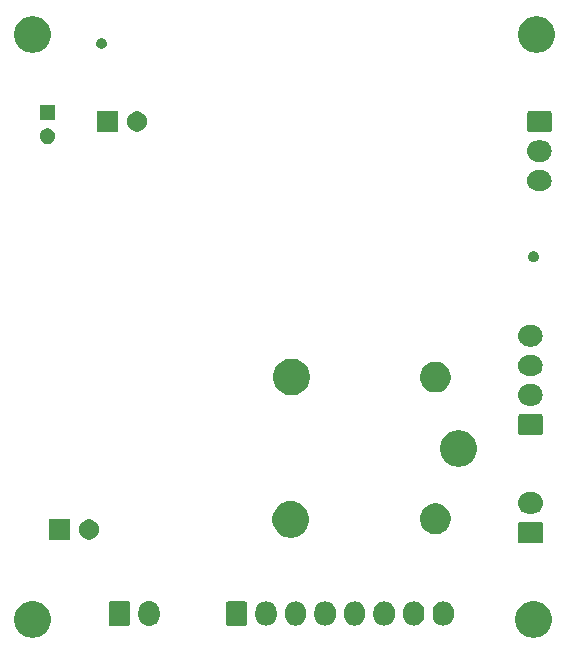
<source format=gbr>
G04 #@! TF.GenerationSoftware,KiCad,Pcbnew,5.1.5+dfsg1-2build2*
G04 #@! TF.CreationDate,2021-12-30T00:51:53-05:00*
G04 #@! TF.ProjectId,schematics,73636865-6d61-4746-9963-732e6b696361,rev?*
G04 #@! TF.SameCoordinates,Original*
G04 #@! TF.FileFunction,Soldermask,Bot*
G04 #@! TF.FilePolarity,Negative*
%FSLAX46Y46*%
G04 Gerber Fmt 4.6, Leading zero omitted, Abs format (unit mm)*
G04 Created by KiCad (PCBNEW 5.1.5+dfsg1-2build2) date 2021-12-30 00:51:53*
%MOMM*%
%LPD*%
G04 APERTURE LIST*
%ADD10C,0.100000*%
G04 APERTURE END LIST*
D10*
G36*
X215351953Y-168387172D02*
G01*
X215590410Y-168434604D01*
X215872674Y-168551521D01*
X216126705Y-168721259D01*
X216342741Y-168937295D01*
X216512479Y-169191326D01*
X216629396Y-169473590D01*
X216689000Y-169773240D01*
X216689000Y-170078760D01*
X216629396Y-170378410D01*
X216512479Y-170660674D01*
X216342741Y-170914705D01*
X216126705Y-171130741D01*
X215872674Y-171300479D01*
X215590410Y-171417396D01*
X215440585Y-171447198D01*
X215290761Y-171477000D01*
X214985239Y-171477000D01*
X214835415Y-171447198D01*
X214685590Y-171417396D01*
X214403326Y-171300479D01*
X214149295Y-171130741D01*
X213933259Y-170914705D01*
X213763521Y-170660674D01*
X213646604Y-170378410D01*
X213587000Y-170078760D01*
X213587000Y-169773240D01*
X213646604Y-169473590D01*
X213763521Y-169191326D01*
X213933259Y-168937295D01*
X214149295Y-168721259D01*
X214403326Y-168551521D01*
X214685590Y-168434604D01*
X214924047Y-168387172D01*
X214985239Y-168375000D01*
X215290761Y-168375000D01*
X215351953Y-168387172D01*
G37*
G36*
X172933953Y-168387172D02*
G01*
X173172410Y-168434604D01*
X173454674Y-168551521D01*
X173708705Y-168721259D01*
X173924741Y-168937295D01*
X174094479Y-169191326D01*
X174211396Y-169473590D01*
X174271000Y-169773240D01*
X174271000Y-170078760D01*
X174211396Y-170378410D01*
X174094479Y-170660674D01*
X173924741Y-170914705D01*
X173708705Y-171130741D01*
X173454674Y-171300479D01*
X173172410Y-171417396D01*
X173022585Y-171447198D01*
X172872761Y-171477000D01*
X172567239Y-171477000D01*
X172417415Y-171447198D01*
X172267590Y-171417396D01*
X171985326Y-171300479D01*
X171731295Y-171130741D01*
X171515259Y-170914705D01*
X171345521Y-170660674D01*
X171228604Y-170378410D01*
X171169000Y-170078760D01*
X171169000Y-169773240D01*
X171228604Y-169473590D01*
X171345521Y-169191326D01*
X171515259Y-168937295D01*
X171731295Y-168721259D01*
X171985326Y-168551521D01*
X172267590Y-168434604D01*
X172506047Y-168387172D01*
X172567239Y-168375000D01*
X172872761Y-168375000D01*
X172933953Y-168387172D01*
G37*
G36*
X182762626Y-168380037D02*
G01*
X182932465Y-168431557D01*
X182932467Y-168431558D01*
X183088989Y-168515221D01*
X183226186Y-168627814D01*
X183302873Y-168721259D01*
X183338778Y-168765009D01*
X183422443Y-168921534D01*
X183473963Y-169091373D01*
X183487000Y-169223742D01*
X183487000Y-169612257D01*
X183473963Y-169744626D01*
X183422443Y-169914466D01*
X183338778Y-170070991D01*
X183332402Y-170078760D01*
X183226186Y-170208186D01*
X183138178Y-170280411D01*
X183088991Y-170320778D01*
X182932466Y-170404443D01*
X182762627Y-170455963D01*
X182586000Y-170473359D01*
X182409374Y-170455963D01*
X182239535Y-170404443D01*
X182083010Y-170320778D01*
X181945815Y-170208185D01*
X181833222Y-170070991D01*
X181749557Y-169914466D01*
X181698037Y-169744627D01*
X181685000Y-169612258D01*
X181685000Y-169223743D01*
X181688193Y-169191328D01*
X181698037Y-169091376D01*
X181698037Y-169091374D01*
X181749557Y-168921535D01*
X181749559Y-168921532D01*
X181833221Y-168765011D01*
X181945814Y-168627814D01*
X182059641Y-168534400D01*
X182083009Y-168515222D01*
X182229985Y-168436661D01*
X182239532Y-168431558D01*
X182239534Y-168431557D01*
X182409373Y-168380037D01*
X182586000Y-168362641D01*
X182762626Y-168380037D01*
G37*
G36*
X180844600Y-168370989D02*
G01*
X180877652Y-168381015D01*
X180908103Y-168397292D01*
X180934799Y-168419201D01*
X180956708Y-168445897D01*
X180972985Y-168476348D01*
X180983011Y-168509400D01*
X180987000Y-168549903D01*
X180987000Y-170286097D01*
X180983011Y-170326600D01*
X180972985Y-170359652D01*
X180956708Y-170390103D01*
X180934799Y-170416799D01*
X180908103Y-170438708D01*
X180877652Y-170454985D01*
X180844600Y-170465011D01*
X180804097Y-170469000D01*
X179367903Y-170469000D01*
X179327400Y-170465011D01*
X179294348Y-170454985D01*
X179263897Y-170438708D01*
X179237201Y-170416799D01*
X179215292Y-170390103D01*
X179199015Y-170359652D01*
X179188989Y-170326600D01*
X179185000Y-170286097D01*
X179185000Y-168549903D01*
X179188989Y-168509400D01*
X179199015Y-168476348D01*
X179215292Y-168445897D01*
X179237201Y-168419201D01*
X179263897Y-168397292D01*
X179294348Y-168381015D01*
X179327400Y-168370989D01*
X179367903Y-168367000D01*
X180804097Y-168367000D01*
X180844600Y-168370989D01*
G37*
G36*
X192668626Y-168405037D02*
G01*
X192838465Y-168456557D01*
X192838467Y-168456558D01*
X192994989Y-168540221D01*
X193132186Y-168652814D01*
X193188357Y-168721260D01*
X193244778Y-168790009D01*
X193328443Y-168946534D01*
X193379963Y-169116373D01*
X193379963Y-169116375D01*
X193393000Y-169248740D01*
X193393000Y-169587259D01*
X193386481Y-169653442D01*
X193379963Y-169719626D01*
X193328443Y-169889466D01*
X193244778Y-170045991D01*
X193224261Y-170070991D01*
X193132186Y-170183186D01*
X193043827Y-170255699D01*
X192994991Y-170295778D01*
X192994989Y-170295779D01*
X192840401Y-170378409D01*
X192838466Y-170379443D01*
X192668627Y-170430963D01*
X192492000Y-170448359D01*
X192315374Y-170430963D01*
X192145535Y-170379443D01*
X192143601Y-170378409D01*
X191989012Y-170295779D01*
X191989010Y-170295778D01*
X191851815Y-170183185D01*
X191739222Y-170045991D01*
X191655557Y-169889466D01*
X191604037Y-169719627D01*
X191591000Y-169587258D01*
X191591000Y-169248743D01*
X191593463Y-169223740D01*
X191604037Y-169116376D01*
X191604037Y-169116374D01*
X191655557Y-168946535D01*
X191739222Y-168790010D01*
X191759738Y-168765011D01*
X191851814Y-168652814D01*
X191953271Y-168569552D01*
X191989009Y-168540222D01*
X192145534Y-168456557D01*
X192315373Y-168405037D01*
X192492000Y-168387641D01*
X192668626Y-168405037D01*
G37*
G36*
X195168626Y-168405037D02*
G01*
X195338465Y-168456557D01*
X195338467Y-168456558D01*
X195494989Y-168540221D01*
X195632186Y-168652814D01*
X195688357Y-168721260D01*
X195744778Y-168790009D01*
X195828443Y-168946534D01*
X195879963Y-169116373D01*
X195879963Y-169116375D01*
X195893000Y-169248740D01*
X195893000Y-169587259D01*
X195886481Y-169653442D01*
X195879963Y-169719626D01*
X195828443Y-169889466D01*
X195744778Y-170045991D01*
X195724261Y-170070991D01*
X195632186Y-170183186D01*
X195543827Y-170255699D01*
X195494991Y-170295778D01*
X195494989Y-170295779D01*
X195340401Y-170378409D01*
X195338466Y-170379443D01*
X195168627Y-170430963D01*
X194992000Y-170448359D01*
X194815374Y-170430963D01*
X194645535Y-170379443D01*
X194643601Y-170378409D01*
X194489012Y-170295779D01*
X194489010Y-170295778D01*
X194351815Y-170183185D01*
X194239222Y-170045991D01*
X194155557Y-169889466D01*
X194104037Y-169719627D01*
X194091000Y-169587258D01*
X194091000Y-169248743D01*
X194093463Y-169223740D01*
X194104037Y-169116376D01*
X194104037Y-169116374D01*
X194155557Y-168946535D01*
X194239222Y-168790010D01*
X194259738Y-168765011D01*
X194351814Y-168652814D01*
X194453271Y-168569552D01*
X194489009Y-168540222D01*
X194645534Y-168456557D01*
X194815373Y-168405037D01*
X194992000Y-168387641D01*
X195168626Y-168405037D01*
G37*
G36*
X200168626Y-168405037D02*
G01*
X200338465Y-168456557D01*
X200338467Y-168456558D01*
X200494989Y-168540221D01*
X200632186Y-168652814D01*
X200688357Y-168721260D01*
X200744778Y-168790009D01*
X200828443Y-168946534D01*
X200879963Y-169116373D01*
X200879963Y-169116375D01*
X200893000Y-169248740D01*
X200893000Y-169587259D01*
X200886481Y-169653442D01*
X200879963Y-169719626D01*
X200828443Y-169889466D01*
X200744778Y-170045991D01*
X200724261Y-170070991D01*
X200632186Y-170183186D01*
X200543827Y-170255699D01*
X200494991Y-170295778D01*
X200494989Y-170295779D01*
X200340401Y-170378409D01*
X200338466Y-170379443D01*
X200168627Y-170430963D01*
X199992000Y-170448359D01*
X199815374Y-170430963D01*
X199645535Y-170379443D01*
X199643601Y-170378409D01*
X199489012Y-170295779D01*
X199489010Y-170295778D01*
X199351815Y-170183185D01*
X199239222Y-170045991D01*
X199155557Y-169889466D01*
X199104037Y-169719627D01*
X199091000Y-169587258D01*
X199091000Y-169248743D01*
X199093463Y-169223740D01*
X199104037Y-169116376D01*
X199104037Y-169116374D01*
X199155557Y-168946535D01*
X199239222Y-168790010D01*
X199259738Y-168765011D01*
X199351814Y-168652814D01*
X199453271Y-168569552D01*
X199489009Y-168540222D01*
X199645534Y-168456557D01*
X199815373Y-168405037D01*
X199992000Y-168387641D01*
X200168626Y-168405037D01*
G37*
G36*
X202668626Y-168405037D02*
G01*
X202838465Y-168456557D01*
X202838467Y-168456558D01*
X202994989Y-168540221D01*
X203132186Y-168652814D01*
X203188357Y-168721260D01*
X203244778Y-168790009D01*
X203328443Y-168946534D01*
X203379963Y-169116373D01*
X203379963Y-169116375D01*
X203393000Y-169248740D01*
X203393000Y-169587259D01*
X203386481Y-169653442D01*
X203379963Y-169719626D01*
X203328443Y-169889466D01*
X203244778Y-170045991D01*
X203224261Y-170070991D01*
X203132186Y-170183186D01*
X203043827Y-170255699D01*
X202994991Y-170295778D01*
X202994989Y-170295779D01*
X202840401Y-170378409D01*
X202838466Y-170379443D01*
X202668627Y-170430963D01*
X202492000Y-170448359D01*
X202315374Y-170430963D01*
X202145535Y-170379443D01*
X202143601Y-170378409D01*
X201989012Y-170295779D01*
X201989010Y-170295778D01*
X201851815Y-170183185D01*
X201739222Y-170045991D01*
X201655557Y-169889466D01*
X201604037Y-169719627D01*
X201591000Y-169587258D01*
X201591000Y-169248743D01*
X201593463Y-169223740D01*
X201604037Y-169116376D01*
X201604037Y-169116374D01*
X201655557Y-168946535D01*
X201739222Y-168790010D01*
X201759738Y-168765011D01*
X201851814Y-168652814D01*
X201953271Y-168569552D01*
X201989009Y-168540222D01*
X202145534Y-168456557D01*
X202315373Y-168405037D01*
X202492000Y-168387641D01*
X202668626Y-168405037D01*
G37*
G36*
X205168626Y-168405037D02*
G01*
X205338465Y-168456557D01*
X205338467Y-168456558D01*
X205494989Y-168540221D01*
X205632186Y-168652814D01*
X205688357Y-168721260D01*
X205744778Y-168790009D01*
X205828443Y-168946534D01*
X205879963Y-169116373D01*
X205879963Y-169116375D01*
X205893000Y-169248740D01*
X205893000Y-169587259D01*
X205886481Y-169653442D01*
X205879963Y-169719626D01*
X205828443Y-169889466D01*
X205744778Y-170045991D01*
X205724261Y-170070991D01*
X205632186Y-170183186D01*
X205543827Y-170255699D01*
X205494991Y-170295778D01*
X205494989Y-170295779D01*
X205340401Y-170378409D01*
X205338466Y-170379443D01*
X205168627Y-170430963D01*
X204992000Y-170448359D01*
X204815374Y-170430963D01*
X204645535Y-170379443D01*
X204643601Y-170378409D01*
X204489012Y-170295779D01*
X204489010Y-170295778D01*
X204351815Y-170183185D01*
X204239222Y-170045991D01*
X204155557Y-169889466D01*
X204104037Y-169719627D01*
X204091000Y-169587258D01*
X204091000Y-169248743D01*
X204093463Y-169223740D01*
X204104037Y-169116376D01*
X204104037Y-169116374D01*
X204155557Y-168946535D01*
X204239222Y-168790010D01*
X204259738Y-168765011D01*
X204351814Y-168652814D01*
X204453271Y-168569552D01*
X204489009Y-168540222D01*
X204645534Y-168456557D01*
X204815373Y-168405037D01*
X204992000Y-168387641D01*
X205168626Y-168405037D01*
G37*
G36*
X207668626Y-168405037D02*
G01*
X207838465Y-168456557D01*
X207838467Y-168456558D01*
X207994989Y-168540221D01*
X208132186Y-168652814D01*
X208188357Y-168721260D01*
X208244778Y-168790009D01*
X208328443Y-168946534D01*
X208379963Y-169116373D01*
X208379963Y-169116375D01*
X208393000Y-169248740D01*
X208393000Y-169587259D01*
X208386481Y-169653442D01*
X208379963Y-169719626D01*
X208328443Y-169889466D01*
X208244778Y-170045991D01*
X208224261Y-170070991D01*
X208132186Y-170183186D01*
X208043827Y-170255699D01*
X207994991Y-170295778D01*
X207994989Y-170295779D01*
X207840401Y-170378409D01*
X207838466Y-170379443D01*
X207668627Y-170430963D01*
X207492000Y-170448359D01*
X207315374Y-170430963D01*
X207145535Y-170379443D01*
X207143601Y-170378409D01*
X206989012Y-170295779D01*
X206989010Y-170295778D01*
X206851815Y-170183185D01*
X206739222Y-170045991D01*
X206655557Y-169889466D01*
X206604037Y-169719627D01*
X206591000Y-169587258D01*
X206591000Y-169248743D01*
X206593463Y-169223740D01*
X206604037Y-169116376D01*
X206604037Y-169116374D01*
X206655557Y-168946535D01*
X206739222Y-168790010D01*
X206759738Y-168765011D01*
X206851814Y-168652814D01*
X206953271Y-168569552D01*
X206989009Y-168540222D01*
X207145534Y-168456557D01*
X207315373Y-168405037D01*
X207492000Y-168387641D01*
X207668626Y-168405037D01*
G37*
G36*
X197668626Y-168405037D02*
G01*
X197838465Y-168456557D01*
X197838467Y-168456558D01*
X197994989Y-168540221D01*
X198132186Y-168652814D01*
X198188357Y-168721260D01*
X198244778Y-168790009D01*
X198328443Y-168946534D01*
X198379963Y-169116373D01*
X198379963Y-169116375D01*
X198393000Y-169248740D01*
X198393000Y-169587259D01*
X198386481Y-169653442D01*
X198379963Y-169719626D01*
X198328443Y-169889466D01*
X198244778Y-170045991D01*
X198224261Y-170070991D01*
X198132186Y-170183186D01*
X198043827Y-170255699D01*
X197994991Y-170295778D01*
X197994989Y-170295779D01*
X197840401Y-170378409D01*
X197838466Y-170379443D01*
X197668627Y-170430963D01*
X197492000Y-170448359D01*
X197315374Y-170430963D01*
X197145535Y-170379443D01*
X197143601Y-170378409D01*
X196989012Y-170295779D01*
X196989010Y-170295778D01*
X196851815Y-170183185D01*
X196739222Y-170045991D01*
X196655557Y-169889466D01*
X196604037Y-169719627D01*
X196591000Y-169587258D01*
X196591000Y-169248743D01*
X196593463Y-169223740D01*
X196604037Y-169116376D01*
X196604037Y-169116374D01*
X196655557Y-168946535D01*
X196739222Y-168790010D01*
X196759738Y-168765011D01*
X196851814Y-168652814D01*
X196953271Y-168569552D01*
X196989009Y-168540222D01*
X197145534Y-168456557D01*
X197315373Y-168405037D01*
X197492000Y-168387641D01*
X197668626Y-168405037D01*
G37*
G36*
X190750600Y-168395989D02*
G01*
X190783652Y-168406015D01*
X190814103Y-168422292D01*
X190840799Y-168444201D01*
X190862708Y-168470897D01*
X190878985Y-168501348D01*
X190889011Y-168534400D01*
X190893000Y-168574903D01*
X190893000Y-170261097D01*
X190889011Y-170301600D01*
X190878985Y-170334652D01*
X190862708Y-170365103D01*
X190840799Y-170391799D01*
X190814103Y-170413708D01*
X190783652Y-170429985D01*
X190750600Y-170440011D01*
X190710097Y-170444000D01*
X189273903Y-170444000D01*
X189233400Y-170440011D01*
X189200348Y-170429985D01*
X189169897Y-170413708D01*
X189143201Y-170391799D01*
X189121292Y-170365103D01*
X189105015Y-170334652D01*
X189094989Y-170301600D01*
X189091000Y-170261097D01*
X189091000Y-168574903D01*
X189094989Y-168534400D01*
X189105015Y-168501348D01*
X189121292Y-168470897D01*
X189143201Y-168444201D01*
X189169897Y-168422292D01*
X189200348Y-168406015D01*
X189233400Y-168395989D01*
X189273903Y-168392000D01*
X190710097Y-168392000D01*
X190750600Y-168395989D01*
G37*
G36*
X215792600Y-161662989D02*
G01*
X215825652Y-161673015D01*
X215856103Y-161689292D01*
X215882799Y-161711201D01*
X215904708Y-161737897D01*
X215920985Y-161768348D01*
X215931011Y-161801400D01*
X215935000Y-161841903D01*
X215935000Y-163278097D01*
X215931011Y-163318600D01*
X215920985Y-163351652D01*
X215904708Y-163382103D01*
X215882799Y-163408799D01*
X215856103Y-163430708D01*
X215825652Y-163446985D01*
X215792600Y-163457011D01*
X215752097Y-163461000D01*
X214015903Y-163461000D01*
X213975400Y-163457011D01*
X213942348Y-163446985D01*
X213911897Y-163430708D01*
X213885201Y-163408799D01*
X213863292Y-163382103D01*
X213847015Y-163351652D01*
X213836989Y-163318600D01*
X213833000Y-163278097D01*
X213833000Y-161841903D01*
X213836989Y-161801400D01*
X213847015Y-161768348D01*
X213863292Y-161737897D01*
X213885201Y-161711201D01*
X213911897Y-161689292D01*
X213942348Y-161673015D01*
X213975400Y-161662989D01*
X214015903Y-161659000D01*
X215752097Y-161659000D01*
X215792600Y-161662989D01*
G37*
G36*
X177754228Y-161487703D02*
G01*
X177909100Y-161551853D01*
X178048481Y-161644985D01*
X178167015Y-161763519D01*
X178260147Y-161902900D01*
X178324297Y-162057772D01*
X178357000Y-162222184D01*
X178357000Y-162389816D01*
X178324297Y-162554228D01*
X178260147Y-162709100D01*
X178167015Y-162848481D01*
X178048481Y-162967015D01*
X177909100Y-163060147D01*
X177754228Y-163124297D01*
X177589816Y-163157000D01*
X177422184Y-163157000D01*
X177257772Y-163124297D01*
X177102900Y-163060147D01*
X176963519Y-162967015D01*
X176844985Y-162848481D01*
X176751853Y-162709100D01*
X176687703Y-162554228D01*
X176655000Y-162389816D01*
X176655000Y-162222184D01*
X176687703Y-162057772D01*
X176751853Y-161902900D01*
X176844985Y-161763519D01*
X176963519Y-161644985D01*
X177102900Y-161551853D01*
X177257772Y-161487703D01*
X177422184Y-161455000D01*
X177589816Y-161455000D01*
X177754228Y-161487703D01*
G37*
G36*
X175857000Y-163157000D02*
G01*
X174155000Y-163157000D01*
X174155000Y-161455000D01*
X175857000Y-161455000D01*
X175857000Y-163157000D01*
G37*
G36*
X194890585Y-159926802D02*
G01*
X195040410Y-159956604D01*
X195322674Y-160073521D01*
X195576705Y-160243259D01*
X195792741Y-160459295D01*
X195962479Y-160713326D01*
X196079396Y-160995590D01*
X196139000Y-161295240D01*
X196139000Y-161600760D01*
X196079396Y-161900410D01*
X195962479Y-162182674D01*
X195792741Y-162436705D01*
X195576705Y-162652741D01*
X195322674Y-162822479D01*
X195040410Y-162939396D01*
X194901560Y-162967015D01*
X194740761Y-162999000D01*
X194435239Y-162999000D01*
X194274440Y-162967015D01*
X194135590Y-162939396D01*
X193853326Y-162822479D01*
X193599295Y-162652741D01*
X193383259Y-162436705D01*
X193213521Y-162182674D01*
X193096604Y-161900410D01*
X193037000Y-161600760D01*
X193037000Y-161295240D01*
X193096604Y-160995590D01*
X193213521Y-160713326D01*
X193383259Y-160459295D01*
X193599295Y-160243259D01*
X193853326Y-160073521D01*
X194135590Y-159956604D01*
X194285415Y-159926802D01*
X194435239Y-159897000D01*
X194740761Y-159897000D01*
X194890585Y-159926802D01*
G37*
G36*
X207217487Y-160146996D02*
G01*
X207449888Y-160243260D01*
X207454255Y-160245069D01*
X207667339Y-160387447D01*
X207848553Y-160568661D01*
X207990932Y-160781747D01*
X208089004Y-161018513D01*
X208139000Y-161269861D01*
X208139000Y-161526139D01*
X208089004Y-161777487D01*
X208028316Y-161924000D01*
X207990931Y-162014255D01*
X207848553Y-162227339D01*
X207667339Y-162408553D01*
X207454255Y-162550931D01*
X207454254Y-162550932D01*
X207454253Y-162550932D01*
X207217487Y-162649004D01*
X206966139Y-162699000D01*
X206709861Y-162699000D01*
X206458513Y-162649004D01*
X206221747Y-162550932D01*
X206221746Y-162550932D01*
X206221745Y-162550931D01*
X206008661Y-162408553D01*
X205827447Y-162227339D01*
X205685069Y-162014255D01*
X205647684Y-161924000D01*
X205586996Y-161777487D01*
X205537000Y-161526139D01*
X205537000Y-161269861D01*
X205586996Y-161018513D01*
X205685068Y-160781747D01*
X205827447Y-160568661D01*
X206008661Y-160387447D01*
X206221745Y-160245069D01*
X206226112Y-160243260D01*
X206458513Y-160146996D01*
X206709861Y-160097000D01*
X206966139Y-160097000D01*
X207217487Y-160146996D01*
G37*
G36*
X215144442Y-159165518D02*
G01*
X215210627Y-159172037D01*
X215380466Y-159223557D01*
X215536991Y-159307222D01*
X215572729Y-159336552D01*
X215674186Y-159419814D01*
X215757448Y-159521271D01*
X215786778Y-159557009D01*
X215870443Y-159713534D01*
X215921963Y-159883373D01*
X215939359Y-160060000D01*
X215921963Y-160236627D01*
X215870443Y-160406466D01*
X215786778Y-160562991D01*
X215757448Y-160598729D01*
X215674186Y-160700186D01*
X215574805Y-160781745D01*
X215536991Y-160812778D01*
X215380466Y-160896443D01*
X215210627Y-160947963D01*
X215144442Y-160954482D01*
X215078260Y-160961000D01*
X214689740Y-160961000D01*
X214623558Y-160954482D01*
X214557373Y-160947963D01*
X214387534Y-160896443D01*
X214231009Y-160812778D01*
X214193195Y-160781745D01*
X214093814Y-160700186D01*
X214010552Y-160598729D01*
X213981222Y-160562991D01*
X213897557Y-160406466D01*
X213846037Y-160236627D01*
X213828641Y-160060000D01*
X213846037Y-159883373D01*
X213897557Y-159713534D01*
X213981222Y-159557009D01*
X214010552Y-159521271D01*
X214093814Y-159419814D01*
X214195271Y-159336552D01*
X214231009Y-159307222D01*
X214387534Y-159223557D01*
X214557373Y-159172037D01*
X214623558Y-159165518D01*
X214689740Y-159159000D01*
X215078260Y-159159000D01*
X215144442Y-159165518D01*
G37*
G36*
X209090585Y-153926802D02*
G01*
X209240410Y-153956604D01*
X209522674Y-154073521D01*
X209776705Y-154243259D01*
X209992741Y-154459295D01*
X210162479Y-154713326D01*
X210279396Y-154995590D01*
X210339000Y-155295240D01*
X210339000Y-155600760D01*
X210279396Y-155900410D01*
X210162479Y-156182674D01*
X209992741Y-156436705D01*
X209776705Y-156652741D01*
X209522674Y-156822479D01*
X209240410Y-156939396D01*
X209090585Y-156969198D01*
X208940761Y-156999000D01*
X208635239Y-156999000D01*
X208485415Y-156969198D01*
X208335590Y-156939396D01*
X208053326Y-156822479D01*
X207799295Y-156652741D01*
X207583259Y-156436705D01*
X207413521Y-156182674D01*
X207296604Y-155900410D01*
X207237000Y-155600760D01*
X207237000Y-155295240D01*
X207296604Y-154995590D01*
X207413521Y-154713326D01*
X207583259Y-154459295D01*
X207799295Y-154243259D01*
X208053326Y-154073521D01*
X208335590Y-153956604D01*
X208485415Y-153926802D01*
X208635239Y-153897000D01*
X208940761Y-153897000D01*
X209090585Y-153926802D01*
G37*
G36*
X215767600Y-152518989D02*
G01*
X215800652Y-152529015D01*
X215831103Y-152545292D01*
X215857799Y-152567201D01*
X215879708Y-152593897D01*
X215895985Y-152624348D01*
X215906011Y-152657400D01*
X215910000Y-152697903D01*
X215910000Y-154134097D01*
X215906011Y-154174600D01*
X215895985Y-154207652D01*
X215879708Y-154238103D01*
X215857799Y-154264799D01*
X215831103Y-154286708D01*
X215800652Y-154302985D01*
X215767600Y-154313011D01*
X215727097Y-154317000D01*
X214040903Y-154317000D01*
X214000400Y-154313011D01*
X213967348Y-154302985D01*
X213936897Y-154286708D01*
X213910201Y-154264799D01*
X213888292Y-154238103D01*
X213872015Y-154207652D01*
X213861989Y-154174600D01*
X213858000Y-154134097D01*
X213858000Y-152697903D01*
X213861989Y-152657400D01*
X213872015Y-152624348D01*
X213888292Y-152593897D01*
X213910201Y-152567201D01*
X213936897Y-152545292D01*
X213967348Y-152529015D01*
X214000400Y-152518989D01*
X214040903Y-152515000D01*
X215727097Y-152515000D01*
X215767600Y-152518989D01*
G37*
G36*
X215119442Y-150021518D02*
G01*
X215185627Y-150028037D01*
X215355466Y-150079557D01*
X215511991Y-150163222D01*
X215547729Y-150192552D01*
X215649186Y-150275814D01*
X215732448Y-150377271D01*
X215761778Y-150413009D01*
X215845443Y-150569534D01*
X215896963Y-150739373D01*
X215914359Y-150916000D01*
X215896963Y-151092627D01*
X215845443Y-151262466D01*
X215761778Y-151418991D01*
X215732448Y-151454729D01*
X215649186Y-151556186D01*
X215547729Y-151639448D01*
X215511991Y-151668778D01*
X215355466Y-151752443D01*
X215185627Y-151803963D01*
X215119442Y-151810482D01*
X215053260Y-151817000D01*
X214714740Y-151817000D01*
X214648558Y-151810482D01*
X214582373Y-151803963D01*
X214412534Y-151752443D01*
X214256009Y-151668778D01*
X214220271Y-151639448D01*
X214118814Y-151556186D01*
X214035552Y-151454729D01*
X214006222Y-151418991D01*
X213922557Y-151262466D01*
X213871037Y-151092627D01*
X213853641Y-150916000D01*
X213871037Y-150739373D01*
X213922557Y-150569534D01*
X214006222Y-150413009D01*
X214035552Y-150377271D01*
X214118814Y-150275814D01*
X214220271Y-150192552D01*
X214256009Y-150163222D01*
X214412534Y-150079557D01*
X214582373Y-150028037D01*
X214648558Y-150021518D01*
X214714740Y-150015000D01*
X215053260Y-150015000D01*
X215119442Y-150021518D01*
G37*
G36*
X194940585Y-147876802D02*
G01*
X195090410Y-147906604D01*
X195372674Y-148023521D01*
X195626705Y-148193259D01*
X195842741Y-148409295D01*
X196012479Y-148663326D01*
X196129396Y-148945590D01*
X196189000Y-149245240D01*
X196189000Y-149550760D01*
X196129396Y-149850410D01*
X196012479Y-150132674D01*
X195842741Y-150386705D01*
X195626705Y-150602741D01*
X195372674Y-150772479D01*
X195090410Y-150889396D01*
X194956662Y-150916000D01*
X194790761Y-150949000D01*
X194485239Y-150949000D01*
X194319338Y-150916000D01*
X194185590Y-150889396D01*
X193903326Y-150772479D01*
X193649295Y-150602741D01*
X193433259Y-150386705D01*
X193263521Y-150132674D01*
X193146604Y-149850410D01*
X193087000Y-149550760D01*
X193087000Y-149245240D01*
X193146604Y-148945590D01*
X193263521Y-148663326D01*
X193433259Y-148409295D01*
X193649295Y-148193259D01*
X193903326Y-148023521D01*
X194185590Y-147906604D01*
X194335415Y-147876802D01*
X194485239Y-147847000D01*
X194790761Y-147847000D01*
X194940585Y-147876802D01*
G37*
G36*
X207217487Y-148146996D02*
G01*
X207454253Y-148245068D01*
X207454255Y-148245069D01*
X207667339Y-148387447D01*
X207848553Y-148568661D01*
X207978051Y-148762468D01*
X207990932Y-148781747D01*
X208089004Y-149018513D01*
X208139000Y-149269861D01*
X208139000Y-149526139D01*
X208089004Y-149777487D01*
X208058798Y-149850410D01*
X207990931Y-150014255D01*
X207848553Y-150227339D01*
X207667339Y-150408553D01*
X207454255Y-150550931D01*
X207454254Y-150550932D01*
X207454253Y-150550932D01*
X207217487Y-150649004D01*
X206966139Y-150699000D01*
X206709861Y-150699000D01*
X206458513Y-150649004D01*
X206221747Y-150550932D01*
X206221746Y-150550932D01*
X206221745Y-150550931D01*
X206008661Y-150408553D01*
X205827447Y-150227339D01*
X205685069Y-150014255D01*
X205617202Y-149850410D01*
X205586996Y-149777487D01*
X205537000Y-149526139D01*
X205537000Y-149269861D01*
X205586996Y-149018513D01*
X205685068Y-148781747D01*
X205697950Y-148762468D01*
X205827447Y-148568661D01*
X206008661Y-148387447D01*
X206221745Y-148245069D01*
X206221747Y-148245068D01*
X206458513Y-148146996D01*
X206709861Y-148097000D01*
X206966139Y-148097000D01*
X207217487Y-148146996D01*
G37*
G36*
X215119443Y-147521519D02*
G01*
X215185627Y-147528037D01*
X215355466Y-147579557D01*
X215511991Y-147663222D01*
X215547729Y-147692552D01*
X215649186Y-147775814D01*
X215732448Y-147877271D01*
X215761778Y-147913009D01*
X215845443Y-148069534D01*
X215896963Y-148239373D01*
X215914359Y-148416000D01*
X215896963Y-148592627D01*
X215845443Y-148762466D01*
X215761778Y-148918991D01*
X215739948Y-148945591D01*
X215649186Y-149056186D01*
X215547729Y-149139448D01*
X215511991Y-149168778D01*
X215355466Y-149252443D01*
X215185627Y-149303963D01*
X215119442Y-149310482D01*
X215053260Y-149317000D01*
X214714740Y-149317000D01*
X214648558Y-149310482D01*
X214582373Y-149303963D01*
X214412534Y-149252443D01*
X214256009Y-149168778D01*
X214220271Y-149139448D01*
X214118814Y-149056186D01*
X214028052Y-148945591D01*
X214006222Y-148918991D01*
X213922557Y-148762466D01*
X213871037Y-148592627D01*
X213853641Y-148416000D01*
X213871037Y-148239373D01*
X213922557Y-148069534D01*
X214006222Y-147913009D01*
X214035552Y-147877271D01*
X214118814Y-147775814D01*
X214220271Y-147692552D01*
X214256009Y-147663222D01*
X214412534Y-147579557D01*
X214582373Y-147528037D01*
X214648557Y-147521519D01*
X214714740Y-147515000D01*
X215053260Y-147515000D01*
X215119443Y-147521519D01*
G37*
G36*
X215119442Y-145021518D02*
G01*
X215185627Y-145028037D01*
X215355466Y-145079557D01*
X215511991Y-145163222D01*
X215547729Y-145192552D01*
X215649186Y-145275814D01*
X215732448Y-145377271D01*
X215761778Y-145413009D01*
X215845443Y-145569534D01*
X215896963Y-145739373D01*
X215914359Y-145916000D01*
X215896963Y-146092627D01*
X215845443Y-146262466D01*
X215761778Y-146418991D01*
X215732448Y-146454729D01*
X215649186Y-146556186D01*
X215547729Y-146639448D01*
X215511991Y-146668778D01*
X215355466Y-146752443D01*
X215185627Y-146803963D01*
X215119442Y-146810482D01*
X215053260Y-146817000D01*
X214714740Y-146817000D01*
X214648558Y-146810482D01*
X214582373Y-146803963D01*
X214412534Y-146752443D01*
X214256009Y-146668778D01*
X214220271Y-146639448D01*
X214118814Y-146556186D01*
X214035552Y-146454729D01*
X214006222Y-146418991D01*
X213922557Y-146262466D01*
X213871037Y-146092627D01*
X213853641Y-145916000D01*
X213871037Y-145739373D01*
X213922557Y-145569534D01*
X214006222Y-145413009D01*
X214035552Y-145377271D01*
X214118814Y-145275814D01*
X214220271Y-145192552D01*
X214256009Y-145163222D01*
X214412534Y-145079557D01*
X214582373Y-145028037D01*
X214648558Y-145021518D01*
X214714740Y-145015000D01*
X215053260Y-145015000D01*
X215119442Y-145021518D01*
G37*
G36*
X215269552Y-138758331D02*
G01*
X215351627Y-138792328D01*
X215351629Y-138792329D01*
X215388813Y-138817175D01*
X215425495Y-138841685D01*
X215488315Y-138904505D01*
X215537672Y-138978373D01*
X215571669Y-139060448D01*
X215589000Y-139147579D01*
X215589000Y-139236421D01*
X215571669Y-139323552D01*
X215537672Y-139405627D01*
X215537671Y-139405629D01*
X215488314Y-139479496D01*
X215425496Y-139542314D01*
X215351629Y-139591671D01*
X215351628Y-139591672D01*
X215351627Y-139591672D01*
X215269552Y-139625669D01*
X215182421Y-139643000D01*
X215093579Y-139643000D01*
X215006448Y-139625669D01*
X214924373Y-139591672D01*
X214924372Y-139591672D01*
X214924371Y-139591671D01*
X214850504Y-139542314D01*
X214787686Y-139479496D01*
X214738329Y-139405629D01*
X214738328Y-139405627D01*
X214704331Y-139323552D01*
X214687000Y-139236421D01*
X214687000Y-139147579D01*
X214704331Y-139060448D01*
X214738328Y-138978373D01*
X214787685Y-138904505D01*
X214850505Y-138841685D01*
X214887187Y-138817175D01*
X214924371Y-138792329D01*
X214924373Y-138792328D01*
X215006448Y-138758331D01*
X215093579Y-138741000D01*
X215182421Y-138741000D01*
X215269552Y-138758331D01*
G37*
G36*
X215881442Y-131867518D02*
G01*
X215947627Y-131874037D01*
X216117466Y-131925557D01*
X216273991Y-132009222D01*
X216309729Y-132038552D01*
X216411186Y-132121814D01*
X216494448Y-132223271D01*
X216523778Y-132259009D01*
X216607443Y-132415534D01*
X216658963Y-132585373D01*
X216676359Y-132762000D01*
X216658963Y-132938627D01*
X216607443Y-133108466D01*
X216523778Y-133264991D01*
X216494448Y-133300729D01*
X216411186Y-133402186D01*
X216309729Y-133485448D01*
X216273991Y-133514778D01*
X216117466Y-133598443D01*
X215947627Y-133649963D01*
X215881443Y-133656481D01*
X215815260Y-133663000D01*
X215476740Y-133663000D01*
X215410557Y-133656481D01*
X215344373Y-133649963D01*
X215174534Y-133598443D01*
X215018009Y-133514778D01*
X214982271Y-133485448D01*
X214880814Y-133402186D01*
X214797552Y-133300729D01*
X214768222Y-133264991D01*
X214684557Y-133108466D01*
X214633037Y-132938627D01*
X214615641Y-132762000D01*
X214633037Y-132585373D01*
X214684557Y-132415534D01*
X214768222Y-132259009D01*
X214797552Y-132223271D01*
X214880814Y-132121814D01*
X214982271Y-132038552D01*
X215018009Y-132009222D01*
X215174534Y-131925557D01*
X215344373Y-131874037D01*
X215410558Y-131867518D01*
X215476740Y-131861000D01*
X215815260Y-131861000D01*
X215881442Y-131867518D01*
G37*
G36*
X215881442Y-129367518D02*
G01*
X215947627Y-129374037D01*
X216117466Y-129425557D01*
X216273991Y-129509222D01*
X216309729Y-129538552D01*
X216411186Y-129621814D01*
X216494448Y-129723271D01*
X216523778Y-129759009D01*
X216607443Y-129915534D01*
X216658963Y-130085373D01*
X216676359Y-130262000D01*
X216658963Y-130438627D01*
X216607443Y-130608466D01*
X216523778Y-130764991D01*
X216494448Y-130800729D01*
X216411186Y-130902186D01*
X216309729Y-130985448D01*
X216273991Y-131014778D01*
X216117466Y-131098443D01*
X215947627Y-131149963D01*
X215881443Y-131156481D01*
X215815260Y-131163000D01*
X215476740Y-131163000D01*
X215410557Y-131156481D01*
X215344373Y-131149963D01*
X215174534Y-131098443D01*
X215018009Y-131014778D01*
X214982271Y-130985448D01*
X214880814Y-130902186D01*
X214797552Y-130800729D01*
X214768222Y-130764991D01*
X214684557Y-130608466D01*
X214633037Y-130438627D01*
X214615641Y-130262000D01*
X214633037Y-130085373D01*
X214684557Y-129915534D01*
X214768222Y-129759009D01*
X214797552Y-129723271D01*
X214880814Y-129621814D01*
X214982271Y-129538552D01*
X215018009Y-129509222D01*
X215174534Y-129425557D01*
X215344373Y-129374037D01*
X215410558Y-129367518D01*
X215476740Y-129361000D01*
X215815260Y-129361000D01*
X215881442Y-129367518D01*
G37*
G36*
X174179890Y-128374017D02*
G01*
X174298364Y-128423091D01*
X174404988Y-128494335D01*
X174495665Y-128585012D01*
X174566909Y-128691636D01*
X174615983Y-128810110D01*
X174641000Y-128935882D01*
X174641000Y-129064118D01*
X174615983Y-129189890D01*
X174566909Y-129308364D01*
X174495665Y-129414988D01*
X174404988Y-129505665D01*
X174298364Y-129576909D01*
X174298363Y-129576910D01*
X174298362Y-129576910D01*
X174179890Y-129625983D01*
X174054119Y-129651000D01*
X173925881Y-129651000D01*
X173800110Y-129625983D01*
X173681638Y-129576910D01*
X173681637Y-129576910D01*
X173681636Y-129576909D01*
X173575012Y-129505665D01*
X173484335Y-129414988D01*
X173413091Y-129308364D01*
X173364017Y-129189890D01*
X173339000Y-129064118D01*
X173339000Y-128935882D01*
X173364017Y-128810110D01*
X173413091Y-128691636D01*
X173484335Y-128585012D01*
X173575012Y-128494335D01*
X173681636Y-128423091D01*
X173800110Y-128374017D01*
X173925881Y-128349000D01*
X174054119Y-128349000D01*
X174179890Y-128374017D01*
G37*
G36*
X216529600Y-126864989D02*
G01*
X216562652Y-126875015D01*
X216593103Y-126891292D01*
X216619799Y-126913201D01*
X216641708Y-126939897D01*
X216657985Y-126970348D01*
X216668011Y-127003400D01*
X216672000Y-127043903D01*
X216672000Y-128480097D01*
X216668011Y-128520600D01*
X216657985Y-128553652D01*
X216641708Y-128584103D01*
X216619799Y-128610799D01*
X216593103Y-128632708D01*
X216562652Y-128648985D01*
X216529600Y-128659011D01*
X216489097Y-128663000D01*
X214802903Y-128663000D01*
X214762400Y-128659011D01*
X214729348Y-128648985D01*
X214698897Y-128632708D01*
X214672201Y-128610799D01*
X214650292Y-128584103D01*
X214634015Y-128553652D01*
X214623989Y-128520600D01*
X214620000Y-128480097D01*
X214620000Y-127043903D01*
X214623989Y-127003400D01*
X214634015Y-126970348D01*
X214650292Y-126939897D01*
X214672201Y-126913201D01*
X214698897Y-126891292D01*
X214729348Y-126875015D01*
X214762400Y-126864989D01*
X214802903Y-126861000D01*
X216489097Y-126861000D01*
X216529600Y-126864989D01*
G37*
G36*
X181818228Y-126943703D02*
G01*
X181973100Y-127007853D01*
X182112481Y-127100985D01*
X182231015Y-127219519D01*
X182324147Y-127358900D01*
X182388297Y-127513772D01*
X182421000Y-127678184D01*
X182421000Y-127845816D01*
X182388297Y-128010228D01*
X182324147Y-128165100D01*
X182231015Y-128304481D01*
X182112481Y-128423015D01*
X181973100Y-128516147D01*
X181818228Y-128580297D01*
X181653816Y-128613000D01*
X181486184Y-128613000D01*
X181321772Y-128580297D01*
X181166900Y-128516147D01*
X181027519Y-128423015D01*
X180908985Y-128304481D01*
X180815853Y-128165100D01*
X180751703Y-128010228D01*
X180719000Y-127845816D01*
X180719000Y-127678184D01*
X180751703Y-127513772D01*
X180815853Y-127358900D01*
X180908985Y-127219519D01*
X181027519Y-127100985D01*
X181166900Y-127007853D01*
X181321772Y-126943703D01*
X181486184Y-126911000D01*
X181653816Y-126911000D01*
X181818228Y-126943703D01*
G37*
G36*
X179921000Y-128613000D02*
G01*
X178219000Y-128613000D01*
X178219000Y-126911000D01*
X179921000Y-126911000D01*
X179921000Y-128613000D01*
G37*
G36*
X174641000Y-127651000D02*
G01*
X173339000Y-127651000D01*
X173339000Y-126349000D01*
X174641000Y-126349000D01*
X174641000Y-127651000D01*
G37*
G36*
X215694585Y-118874802D02*
G01*
X215844410Y-118904604D01*
X216126674Y-119021521D01*
X216380705Y-119191259D01*
X216596741Y-119407295D01*
X216766479Y-119661326D01*
X216883396Y-119943590D01*
X216943000Y-120243240D01*
X216943000Y-120548760D01*
X216883396Y-120848410D01*
X216766479Y-121130674D01*
X216596741Y-121384705D01*
X216380705Y-121600741D01*
X216126674Y-121770479D01*
X215844410Y-121887396D01*
X215694585Y-121917198D01*
X215544761Y-121947000D01*
X215239239Y-121947000D01*
X215089415Y-121917198D01*
X214939590Y-121887396D01*
X214657326Y-121770479D01*
X214403295Y-121600741D01*
X214187259Y-121384705D01*
X214017521Y-121130674D01*
X213900604Y-120848410D01*
X213841000Y-120548760D01*
X213841000Y-120243240D01*
X213900604Y-119943590D01*
X214017521Y-119661326D01*
X214187259Y-119407295D01*
X214403295Y-119191259D01*
X214657326Y-119021521D01*
X214939590Y-118904604D01*
X215089415Y-118874802D01*
X215239239Y-118845000D01*
X215544761Y-118845000D01*
X215694585Y-118874802D01*
G37*
G36*
X173022585Y-118874802D02*
G01*
X173172410Y-118904604D01*
X173454674Y-119021521D01*
X173708705Y-119191259D01*
X173924741Y-119407295D01*
X174094479Y-119661326D01*
X174211396Y-119943590D01*
X174271000Y-120243240D01*
X174271000Y-120548760D01*
X174211396Y-120848410D01*
X174094479Y-121130674D01*
X173924741Y-121384705D01*
X173708705Y-121600741D01*
X173454674Y-121770479D01*
X173172410Y-121887396D01*
X173022585Y-121917198D01*
X172872761Y-121947000D01*
X172567239Y-121947000D01*
X172417415Y-121917198D01*
X172267590Y-121887396D01*
X171985326Y-121770479D01*
X171731295Y-121600741D01*
X171515259Y-121384705D01*
X171345521Y-121130674D01*
X171228604Y-120848410D01*
X171169000Y-120548760D01*
X171169000Y-120243240D01*
X171228604Y-119943590D01*
X171345521Y-119661326D01*
X171515259Y-119407295D01*
X171731295Y-119191259D01*
X171985326Y-119021521D01*
X172267590Y-118904604D01*
X172417415Y-118874802D01*
X172567239Y-118845000D01*
X172872761Y-118845000D01*
X173022585Y-118874802D01*
G37*
G36*
X178693552Y-120706331D02*
G01*
X178775627Y-120740328D01*
X178775629Y-120740329D01*
X178812813Y-120765175D01*
X178849495Y-120789685D01*
X178912315Y-120852505D01*
X178961672Y-120926373D01*
X178995669Y-121008448D01*
X179013000Y-121095579D01*
X179013000Y-121184421D01*
X178995669Y-121271552D01*
X178961672Y-121353627D01*
X178961671Y-121353629D01*
X178912314Y-121427496D01*
X178849496Y-121490314D01*
X178775629Y-121539671D01*
X178775628Y-121539672D01*
X178775627Y-121539672D01*
X178693552Y-121573669D01*
X178606421Y-121591000D01*
X178517579Y-121591000D01*
X178430448Y-121573669D01*
X178348373Y-121539672D01*
X178348372Y-121539672D01*
X178348371Y-121539671D01*
X178274504Y-121490314D01*
X178211686Y-121427496D01*
X178162329Y-121353629D01*
X178162328Y-121353627D01*
X178128331Y-121271552D01*
X178111000Y-121184421D01*
X178111000Y-121095579D01*
X178128331Y-121008448D01*
X178162328Y-120926373D01*
X178211685Y-120852505D01*
X178274505Y-120789685D01*
X178311187Y-120765175D01*
X178348371Y-120740329D01*
X178348373Y-120740328D01*
X178430448Y-120706331D01*
X178517579Y-120689000D01*
X178606421Y-120689000D01*
X178693552Y-120706331D01*
G37*
M02*

</source>
